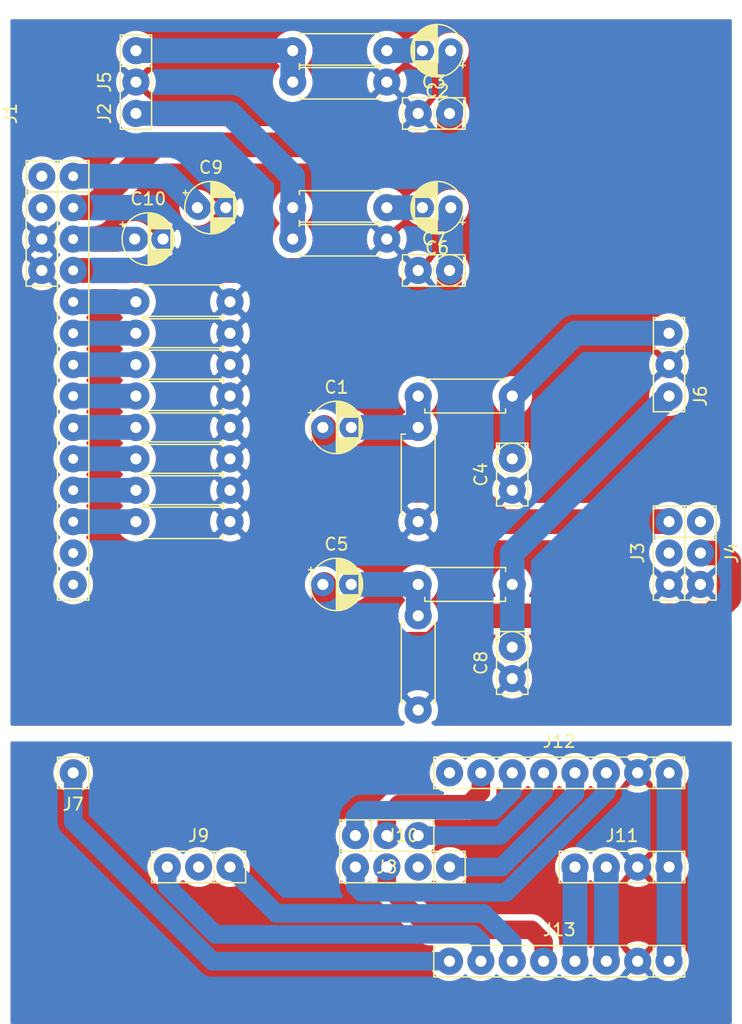
<source format=kicad_pcb>
(kicad_pcb (version 20171130) (host pcbnew "(5.1.6)-1")
  (layers (0 F.Cu signal) (31 B.Cu signal) (34 B.Paste user) (35 F.Paste user) (36 B.SilkS user) (37 F.SilkS user) (38 B.Mask user) (39 F.Mask user) (44 Edge.Cuts user))
  (net 0 "")
  (net 1 AOUT1+)
  (net 2 "Net-(C1-Pad2)")
  (net 3 ADC_FB1+)
  (net 4 "Net-(C2-Pad2)")
  (net 5 AGND)
  (net 6 OUT1)
  (net 7 "Net-(C5-Pad2)")
  (net 8 AOUT2+)
  (net 9 "Net-(C6-Pad2)")
  (net 10 ADC_FB2+)
  (net 11 OUT2)
  (net 12 ADC_FB1-)
  (net 13 ADC_FB2-)
  (net 14 "Net-(J1-Pad1)")
  (net 15 "Net-(J1-Pad2)")
  (net 16 ADC_FB3-)
  (net 17 ADC_FB3+)
  (net 18 ADC_FB4-)
  (net 19 ADC_FB4+)
  (net 20 ADC_FB5-)
  (net 21 ADC_FB5+)
  (net 22 ADC_FB6-)
  (net 23 ADC_FB6+)
  (net 24 "Net-(J3-Pad2)")
  (net 25 "Net-(J4-Pad1)")
  (net 26 IN2)
  (net 27 IN1)
  (net 28 RPI_RUN)
  (net 29 DISPLAY_MOSI)
  (net 30 DISPLAY_MISO)
  (net 31 DISPLAY_SCLK)
  (net 32 AUDIO_RX_ACTIVE)
  (net 33 "Net-(J9-Pad2)")
  (net 34 AUDIO_TX_ACTIVE)
  (net 35 DISPLAY_CS)
  (net 36 RPI_READY)
  (net 37 "Net-(J10-Pad2)")
  (net 38 DISPLAY_CD)
  (net 39 +5V)
  (net 40 GND)
  (net 41 RPI_TX0)
  (net 42 RPI_RX0)
  (net 43 "Net-(J12-Pad8)")
  (module 0_my_footprints:CP_my10uf (layer F.Cu) (at 35.56 -33.02)
    (fp_text reference C1 (at 1 -3.25) (layer F.SilkS))
    (fp_text value 10u)
    (pad 1 thru_hole circle (at -0.1 0) (size 1.9 1.9) (drill 0.9) (layers *.Cu *.Mask) (net 1 AOUT1+))
    (pad 2 thru_hole circle (at 2.2 0) (size 1.9 1.9) (drill 0.9) (layers *.Cu *.Mask) (net 2 "Net-(C1-Pad2)"))
  )
  (module 0_my_footprints:CP_my10uf (layer F.Cu) (at 45.72 -63.5 180)
    (fp_text reference C2 (at 1 -3.25) (layer F.SilkS))
    (fp_text value 10u)
    (pad 1 thru_hole circle (at -0.1 0 180) (size 1.9 1.9) (drill 0.9) (layers *.Cu *.Mask) (net 3 ADC_FB1+))
    (pad 2 thru_hole circle (at 2.2 0 180) (size 1.9 1.9) (drill 0.9) (layers *.Cu *.Mask) (net 4 "Net-(C2-Pad2)"))
  )
  (module cnc3018-PCB:my2pin (layer F.Cu) (at 45.72 -58.42 180)
    (fp_text reference C3 (at 1.27 2.54) (layer F.SilkS))
    (fp_text value 2.7n)
    (pad 1 thru_hole circle (at 0 0 180) (size 2.2 2.2) (drill 0.9) (layers *.Cu *.Mask) (net 3 ADC_FB1+))
    (pad 2 thru_hole circle (at 2.54 0 180) (size 2.2 2.2) (drill 0.9) (layers *.Cu *.Mask) (net 5 AGND))
  )
  (module cnc3018-PCB:my2pin (layer F.Cu) (at 50.8 -30.48 270)
    (fp_text reference C4 (at 1.27 2.54 90) (layer F.SilkS))
    (fp_text value 1.5n)
    (pad 1 thru_hole circle (at 0 0 270) (size 2.2 2.2) (drill 0.9) (layers *.Cu *.Mask) (net 6 OUT1))
    (pad 2 thru_hole circle (at 2.54 0 270) (size 2.2 2.2) (drill 0.9) (layers *.Cu *.Mask) (net 5 AGND))
  )
  (module 0_my_footprints:CP_my10uf (layer F.Cu) (at 35.56 -20.32)
    (fp_text reference C5 (at 1 -3.25) (layer F.SilkS))
    (fp_text value 10u)
    (pad 2 thru_hole circle (at 2.2 0) (size 1.9 1.9) (drill 0.9) (layers *.Cu *.Mask) (net 7 "Net-(C5-Pad2)"))
    (pad 1 thru_hole circle (at -0.1 0) (size 1.9 1.9) (drill 0.9) (layers *.Cu *.Mask) (net 8 AOUT2+))
  )
  (module 0_my_footprints:CP_my10uf (layer F.Cu) (at 45.72 -50.8 180)
    (fp_text reference C6 (at 1 -3.25) (layer F.SilkS))
    (fp_text value 10u)
    (pad 2 thru_hole circle (at 2.2 0 180) (size 1.9 1.9) (drill 0.9) (layers *.Cu *.Mask) (net 9 "Net-(C6-Pad2)"))
    (pad 1 thru_hole circle (at -0.1 0 180) (size 1.9 1.9) (drill 0.9) (layers *.Cu *.Mask) (net 10 ADC_FB2+))
  )
  (module cnc3018-PCB:my2pin (layer F.Cu) (at 45.72 -45.72 180)
    (fp_text reference C7 (at 1.27 2.54) (layer F.SilkS))
    (fp_text value 2.7n)
    (pad 2 thru_hole circle (at 2.54 0 180) (size 2.2 2.2) (drill 0.9) (layers *.Cu *.Mask) (net 5 AGND))
    (pad 1 thru_hole circle (at 0 0 180) (size 2.2 2.2) (drill 0.9) (layers *.Cu *.Mask) (net 10 ADC_FB2+))
  )
  (module cnc3018-PCB:my2pin (layer F.Cu) (at 50.8 -15.24 270)
    (fp_text reference C8 (at 1.27 2.54 90) (layer F.SilkS))
    (fp_text value 1.5n)
    (pad 2 thru_hole circle (at 2.54 0 270) (size 2.2 2.2) (drill 0.9) (layers *.Cu *.Mask) (net 5 AGND))
    (pad 1 thru_hole circle (at 0 0 270) (size 2.2 2.2) (drill 0.9) (layers *.Cu *.Mask) (net 11 OUT2))
  )
  (module 0_my_footprints:CP_my10uf (layer F.Cu) (at 25.4 -50.8)
    (fp_text reference C9 (at 1 -3.25) (layer F.SilkS))
    (fp_text value 10u)
    (pad 2 thru_hole circle (at 2.2 0) (size 1.9 1.9) (drill 0.9) (layers *.Cu *.Mask) (net 5 AGND))
    (pad 1 thru_hole circle (at -0.1 0) (size 1.9 1.9) (drill 0.9) (layers *.Cu *.Mask) (net 12 ADC_FB1-))
  )
  (module 0_my_footprints:CP_my10uf (layer F.Cu) (at 20.32 -48.26)
    (fp_text reference C10 (at 1 -3.25) (layer F.SilkS))
    (fp_text value 10u)
    (pad 1 thru_hole circle (at -0.1 0) (size 1.9 1.9) (drill 0.9) (layers *.Cu *.Mask) (net 13 ADC_FB2-))
    (pad 2 thru_hole circle (at 2.2 0) (size 1.9 1.9) (drill 0.9) (layers *.Cu *.Mask) (net 5 AGND))
  )
  (module cnc3018-PCB:my4pin (layer F.Cu) (at 12.7 -53.34 270)
    (fp_text reference J1 (at -5.08 2.54 90) (layer F.SilkS))
    (fp_text value AIN1)
    (pad 1 thru_hole circle (at 0 0 270) (size 2.2 2.2) (drill 0.9) (layers *.Cu *.Mask) (net 14 "Net-(J1-Pad1)"))
    (pad 2 thru_hole circle (at 2.54 0 270) (size 2.2 2.2) (drill 0.9) (layers *.Cu *.Mask) (net 15 "Net-(J1-Pad2)"))
    (pad 3 thru_hole circle (at 5.08 0 270) (size 2.2 2.2) (drill 0.9) (layers *.Cu *.Mask) (net 5 AGND))
    (pad 4 thru_hole circle (at 7.62 0 270) (size 2.2 2.2) (drill 0.9) (layers *.Cu *.Mask) (net 5 AGND))
  )
  (module cnc3018-PCB:my14Pin (layer F.Cu) (at 15.24 -45.72 270)
    (fp_text reference J2 (at -12.7 -2.54 90) (layer F.SilkS))
    (fp_text value AIN2)
    (pad 1 thru_hole circle (at -7.62 0 270) (size 2.2 2.2) (drill 0.8) (layers *.Cu *.Mask) (net 12 ADC_FB1-))
    (pad 2 thru_hole circle (at -5.08 0 270) (size 2.2 2.2) (drill 0.8) (layers *.Cu *.Mask) (net 3 ADC_FB1+))
    (pad 3 thru_hole circle (at -2.54 0 270) (size 2.2 2.2) (drill 0.8) (layers *.Cu *.Mask) (net 13 ADC_FB2-))
    (pad 4 thru_hole circle (at 0 0 270) (size 2.2 2.2) (drill 0.8) (layers *.Cu *.Mask) (net 10 ADC_FB2+))
    (pad 5 thru_hole circle (at 2.54 0 270) (size 2.2 2.2) (drill 0.8) (layers *.Cu *.Mask) (net 16 ADC_FB3-))
    (pad 6 thru_hole circle (at 5.08 0 270) (size 2.2 2.2) (drill 0.8) (layers *.Cu *.Mask) (net 17 ADC_FB3+))
    (pad 7 thru_hole circle (at 7.62 0 270) (size 2.2 2.2) (drill 0.8) (layers *.Cu *.Mask) (net 18 ADC_FB4-))
    (pad 8 thru_hole circle (at 10.16 0 270) (size 2.2 2.2) (drill 0.8) (layers *.Cu *.Mask) (net 19 ADC_FB4+))
    (pad 9 thru_hole circle (at 12.7 0 270) (size 2.2 2.2) (drill 0.8) (layers *.Cu *.Mask) (net 20 ADC_FB5-))
    (pad 10 thru_hole circle (at 15.24 0 270) (size 2.2 2.2) (drill 0.8) (layers *.Cu *.Mask) (net 21 ADC_FB5+))
    (pad 11 thru_hole circle (at 17.78 0 270) (size 2.2 2.2) (drill 0.8) (layers *.Cu *.Mask) (net 22 ADC_FB6-))
    (pad 12 thru_hole circle (at 20.32 0 270) (size 2.2 2.2) (drill 0.8) (layers *.Cu *.Mask) (net 23 ADC_FB6+))
    (pad 13 thru_hole circle (at 22.86 0 270) (size 2.2 2.2) (drill 0.8) (layers *.Cu *.Mask))
    (pad 14 thru_hole circle (at 25.4 0 270) (size 2.2 2.2) (drill 0.8) (layers *.Cu *.Mask))
  )
  (module cnc3018-PCB:my3pin (layer F.Cu) (at 63.5 -22.86 270)
    (fp_text reference J3 (at 0 2.54 90) (layer F.SilkS))
    (fp_text value AOUT1)
    (pad 1 thru_hole circle (at -2.54 0 270) (size 2.2 2.2) (drill 0.9) (layers *.Cu *.Mask) (net 1 AOUT1+))
    (pad 2 thru_hole circle (at 0 0 270) (size 2.2 2.2) (drill 0.9) (layers *.Cu *.Mask) (net 24 "Net-(J3-Pad2)"))
    (pad 3 thru_hole circle (at 2.54 0 270) (size 2.2 2.2) (drill 0.9) (layers *.Cu *.Mask) (net 5 AGND))
  )
  (module cnc3018-PCB:my3pin (layer F.Cu) (at 66.04 -22.86 270)
    (fp_text reference J4 (at 0 -2.54 270) (layer F.SilkS))
    (fp_text value AOUT2)
    (pad 3 thru_hole circle (at 2.54 0 270) (size 2.2 2.2) (drill 0.9) (layers *.Cu *.Mask) (net 5 AGND))
    (pad 2 thru_hole circle (at 0 0 270) (size 2.2 2.2) (drill 0.9) (layers *.Cu *.Mask) (net 8 AOUT2+))
    (pad 1 thru_hole circle (at -2.54 0 270) (size 2.2 2.2) (drill 0.9) (layers *.Cu *.Mask) (net 25 "Net-(J4-Pad1)"))
  )
  (module cnc3018-PCB:my3pin (layer F.Cu) (at 20.32 -60.96 270)
    (fp_text reference J5 (at 0 2.54 90) (layer F.SilkS))
    (fp_text value IN)
    (pad 3 thru_hole circle (at 2.54 0 270) (size 2.2 2.2) (drill 0.9) (layers *.Cu *.Mask) (net 26 IN2))
    (pad 2 thru_hole circle (at 0 0 270) (size 2.2 2.2) (drill 0.9) (layers *.Cu *.Mask) (net 5 AGND))
    (pad 1 thru_hole circle (at -2.54 0 270) (size 2.2 2.2) (drill 0.9) (layers *.Cu *.Mask) (net 27 IN1))
  )
  (module cnc3018-PCB:my3pin (layer F.Cu) (at 63.5 -38.1 270)
    (fp_text reference J6 (at 2.54 -2.54 90) (layer F.SilkS))
    (fp_text value OUT)
    (pad 1 thru_hole circle (at -2.54 0 270) (size 2.2 2.2) (drill 0.9) (layers *.Cu *.Mask) (net 6 OUT1))
    (pad 2 thru_hole circle (at 0 0 270) (size 2.2 2.2) (drill 0.9) (layers *.Cu *.Mask) (net 5 AGND))
    (pad 3 thru_hole circle (at 2.54 0 270) (size 2.2 2.2) (drill 0.9) (layers *.Cu *.Mask) (net 11 OUT2))
  )
  (module cnc3018-PCB:my1pin (layer F.Cu) (at 15.24 -5.08)
    (fp_text reference J7 (at 0 2.54) (layer F.SilkS))
    (fp_text value PI_RUN)
    (pad 1 thru_hole circle (at 0 0) (size 2.2 2.2) (drill 0.9) (layers *.Cu *.Mask) (net 28 RPI_RUN))
  )
  (module cnc3018-PCB:my3pin (layer F.Cu) (at 40.64 0)
    (fp_text reference J8 (at 0 2.54) (layer F.SilkS))
    (fp_text value PI_3)
    (pad 3 thru_hole circle (at 2.54 0) (size 2.2 2.2) (drill 0.9) (layers *.Cu *.Mask) (net 29 DISPLAY_MOSI))
    (pad 2 thru_hole circle (at 0 0) (size 2.2 2.2) (drill 0.9) (layers *.Cu *.Mask) (net 30 DISPLAY_MISO))
    (pad 1 thru_hole circle (at -2.54 0) (size 2.2 2.2) (drill 0.9) (layers *.Cu *.Mask) (net 31 DISPLAY_SCLK))
  )
  (module cnc3018-PCB:my3pin (layer F.Cu) (at 25.4 2.54 180)
    (fp_text reference J9 (at 0 2.54) (layer F.SilkS))
    (fp_text value PI_2)
    (pad 1 thru_hole circle (at -2.54 0 180) (size 2.2 2.2) (drill 0.9) (layers *.Cu *.Mask) (net 32 AUDIO_RX_ACTIVE))
    (pad 2 thru_hole circle (at 0 0 180) (size 2.2 2.2) (drill 0.9) (layers *.Cu *.Mask) (net 33 "Net-(J9-Pad2)"))
    (pad 3 thru_hole circle (at 2.54 0 180) (size 2.2 2.2) (drill 0.9) (layers *.Cu *.Mask) (net 34 AUDIO_TX_ACTIVE))
  )
  (module cnc3018-PCB:my4pin (layer F.Cu) (at 45.72 2.54 180)
    (fp_text reference J10 (at 3.81 2.54) (layer F.SilkS))
    (fp_text value PI_1)
    (pad 4 thru_hole circle (at 7.62 0 180) (size 2.2 2.2) (drill 0.9) (layers *.Cu *.Mask) (net 35 DISPLAY_CS))
    (pad 3 thru_hole circle (at 5.08 0 180) (size 2.2 2.2) (drill 0.9) (layers *.Cu *.Mask) (net 36 RPI_READY))
    (pad 2 thru_hole circle (at 2.54 0 180) (size 2.2 2.2) (drill 0.9) (layers *.Cu *.Mask) (net 37 "Net-(J10-Pad2)"))
    (pad 1 thru_hole circle (at 0 0 180) (size 2.2 2.2) (drill 0.9) (layers *.Cu *.Mask) (net 38 DISPLAY_CD))
  )
  (module cnc3018-PCB:my4pin (layer F.Cu) (at 63.5 2.54 180)
    (fp_text reference J11 (at 3.81 2.54) (layer F.SilkS))
    (fp_text value PI_0)
    (pad 1 thru_hole circle (at 0 0 180) (size 2.2 2.2) (drill 0.9) (layers *.Cu *.Mask) (net 39 +5V))
    (pad 2 thru_hole circle (at 2.54 0 180) (size 2.2 2.2) (drill 0.9) (layers *.Cu *.Mask) (net 40 GND))
    (pad 3 thru_hole circle (at 5.08 0 180) (size 2.2 2.2) (drill 0.9) (layers *.Cu *.Mask) (net 41 RPI_TX0))
    (pad 4 thru_hole circle (at 7.62 0 180) (size 2.2 2.2) (drill 0.9) (layers *.Cu *.Mask) (net 42 RPI_RX0))
  )
  (module cnc3018-PCB:my8Pin (layer F.Cu) (at 55.88 -5.08 180)
    (fp_text reference J12 (at 1.27 2.54) (layer F.SilkS))
    (fp_text value DISPLAY)
    (pad 1 thru_hole circle (at -7.62 0 180) (size 2.2 2.2) (drill 0.9) (layers *.Cu *.Mask) (net 39 +5V))
    (pad 2 thru_hole circle (at -5.08 0 180) (size 2.2 2.2) (drill 0.9) (layers *.Cu *.Mask) (net 40 GND))
    (pad 3 thru_hole circle (at -2.54 0 180) (size 2.2 2.2) (drill 0.9) (layers *.Cu *.Mask) (net 35 DISPLAY_CS))
    (pad 4 thru_hole circle (at 0 0 180) (size 2.2 2.2) (drill 0.9) (layers *.Cu *.Mask) (net 38 DISPLAY_CD))
    (pad 5 thru_hole circle (at 2.54 0 180) (size 2.2 2.2) (drill 0.9) (layers *.Cu *.Mask) (net 29 DISPLAY_MOSI))
    (pad 6 thru_hole circle (at 5.08 0 180) (size 2.2 2.2) (drill 0.9) (layers *.Cu *.Mask) (net 31 DISPLAY_SCLK))
    (pad 7 thru_hole circle (at 7.62 0 180) (size 2.2 2.2) (drill 0.9) (layers *.Cu *.Mask) (net 30 DISPLAY_MISO))
    (pad 8 thru_hole circle (at 10.16 0 180) (size 2.2 2.2) (drill 0.9) (layers *.Cu *.Mask) (net 43 "Net-(J12-Pad8)"))
  )
  (module cnc3018-PCB:my8Pin (layer F.Cu) (at 55.88 10.16 180)
    (fp_text reference J13 (at 1.27 2.54) (layer F.SilkS))
    (fp_text value Teensy3.2)
    (pad 8 thru_hole circle (at 10.16 0 180) (size 2.2 2.2) (drill 0.9) (layers *.Cu *.Mask) (net 28 RPI_RUN))
    (pad 7 thru_hole circle (at 7.62 0 180) (size 2.2 2.2) (drill 0.9) (layers *.Cu *.Mask) (net 34 AUDIO_TX_ACTIVE))
    (pad 6 thru_hole circle (at 5.08 0 180) (size 2.2 2.2) (drill 0.9) (layers *.Cu *.Mask) (net 32 AUDIO_RX_ACTIVE))
    (pad 5 thru_hole circle (at 2.54 0 180) (size 2.2 2.2) (drill 0.9) (layers *.Cu *.Mask) (net 36 RPI_READY))
    (pad 4 thru_hole circle (at 0 0 180) (size 2.2 2.2) (drill 0.9) (layers *.Cu *.Mask) (net 42 RPI_RX0))
    (pad 3 thru_hole circle (at -2.54 0 180) (size 2.2 2.2) (drill 0.9) (layers *.Cu *.Mask) (net 41 RPI_TX0))
    (pad 2 thru_hole circle (at -5.08 0 180) (size 2.2 2.2) (drill 0.9) (layers *.Cu *.Mask) (net 40 GND))
    (pad 1 thru_hole circle (at -7.62 0 180) (size 2.2 2.2) (drill 0.9) (layers *.Cu *.Mask) (net 39 +5V))
  )
  (module 0_my_footprints:myResistor (layer F.Cu) (at 50.8 -35.56 180)
    (fp_text reference R1 hide)
    (fp_text value 562)
    (pad 1 thru_hole circle (at 0 0 180) (size 2.2 2.2) (drill 0.9) (layers *.Cu *.Mask) (net 6 OUT1))
    (pad 2 thru_hole circle (at 7.62 0 180) (size 2.2 2.2) (drill 0.9) (layers *.Cu *.Mask) (net 2 "Net-(C1-Pad2)"))
  )
  (module 0_my_footprints:myResistor (layer F.Cu) (at 33.02 -63.5)
    (fp_text reference R2 hide)
    (fp_text value 150)
    (pad 1 thru_hole circle (at 0 0) (size 2.2 2.2) (drill 0.9) (layers *.Cu *.Mask) (net 27 IN1))
    (pad 2 thru_hole circle (at 7.62 0) (size 2.2 2.2) (drill 0.9) (layers *.Cu *.Mask) (net 4 "Net-(C2-Pad2)"))
  )
  (module 0_my_footprints:myResistor (layer F.Cu) (at 33.02 -60.96)
    (fp_text reference R3 hide)
    (fp_text value 100K)
    (pad 2 thru_hole circle (at 7.62 0) (size 2.2 2.2) (drill 0.9) (layers *.Cu *.Mask) (net 5 AGND))
    (pad 1 thru_hole circle (at 0 0) (size 2.2 2.2) (drill 0.9) (layers *.Cu *.Mask) (net 27 IN1))
  )
  (module 0_my_footprints:myResistor (layer F.Cu) (at 43.18 -33.02 270)
    (fp_text reference R4 hide)
    (fp_text value 10K)
    (pad 2 thru_hole circle (at 7.62 0 270) (size 2.2 2.2) (drill 0.9) (layers *.Cu *.Mask) (net 5 AGND))
    (pad 1 thru_hole circle (at 0 0 270) (size 2.2 2.2) (drill 0.9) (layers *.Cu *.Mask) (net 2 "Net-(C1-Pad2)"))
  )
  (module 0_my_footprints:myResistor (layer F.Cu) (at 50.8 -20.32 180)
    (fp_text reference R5 hide)
    (fp_text value 562)
    (pad 1 thru_hole circle (at 0 0 180) (size 2.2 2.2) (drill 0.9) (layers *.Cu *.Mask) (net 11 OUT2))
    (pad 2 thru_hole circle (at 7.62 0 180) (size 2.2 2.2) (drill 0.9) (layers *.Cu *.Mask) (net 7 "Net-(C5-Pad2)"))
  )
  (module 0_my_footprints:myResistor (layer F.Cu) (at 33.02 -50.8)
    (fp_text reference R6 hide)
    (fp_text value 150)
    (pad 2 thru_hole circle (at 7.62 0) (size 2.2 2.2) (drill 0.9) (layers *.Cu *.Mask) (net 9 "Net-(C6-Pad2)"))
    (pad 1 thru_hole circle (at 0 0) (size 2.2 2.2) (drill 0.9) (layers *.Cu *.Mask) (net 26 IN2))
  )
  (module 0_my_footprints:myResistor (layer F.Cu) (at 33.02 -48.26)
    (fp_text reference R7 hide)
    (fp_text value 100K)
    (pad 1 thru_hole circle (at 0 0) (size 2.2 2.2) (drill 0.9) (layers *.Cu *.Mask) (net 26 IN2))
    (pad 2 thru_hole circle (at 7.62 0) (size 2.2 2.2) (drill 0.9) (layers *.Cu *.Mask) (net 5 AGND))
  )
  (module 0_my_footprints:myResistor (layer F.Cu) (at 43.18 -17.78 270)
    (fp_text reference R8 hide)
    (fp_text value 10K)
    (pad 2 thru_hole circle (at 7.62 0 270) (size 2.2 2.2) (drill 0.9) (layers *.Cu *.Mask) (net 5 AGND))
    (pad 1 thru_hole circle (at 0 0 270) (size 2.2 2.2) (drill 0.9) (layers *.Cu *.Mask) (net 7 "Net-(C5-Pad2)"))
  )
  (module 0_my_footprints:myResistor (layer F.Cu) (at 27.94 -43.18 180)
    (fp_text reference R9 hide)
    (fp_text value 10K)
    (pad 1 thru_hole circle (at 0 0 180) (size 2.2 2.2) (drill 0.9) (layers *.Cu *.Mask) (net 5 AGND))
    (pad 2 thru_hole circle (at 7.62 0 180) (size 2.2 2.2) (drill 0.9) (layers *.Cu *.Mask) (net 16 ADC_FB3-))
  )
  (module 0_my_footprints:myResistor (layer F.Cu) (at 27.94 -40.64 180)
    (fp_text reference R10 hide)
    (fp_text value 10K)
    (pad 2 thru_hole circle (at 7.62 0 180) (size 2.2 2.2) (drill 0.9) (layers *.Cu *.Mask) (net 17 ADC_FB3+))
    (pad 1 thru_hole circle (at 0 0 180) (size 2.2 2.2) (drill 0.9) (layers *.Cu *.Mask) (net 5 AGND))
  )
  (module 0_my_footprints:myResistor (layer F.Cu) (at 27.94 -38.1 180)
    (fp_text reference R11 hide)
    (fp_text value 10K)
    (pad 1 thru_hole circle (at 0 0 180) (size 2.2 2.2) (drill 0.9) (layers *.Cu *.Mask) (net 5 AGND))
    (pad 2 thru_hole circle (at 7.62 0 180) (size 2.2 2.2) (drill 0.9) (layers *.Cu *.Mask) (net 18 ADC_FB4-))
  )
  (module 0_my_footprints:myResistor (layer F.Cu) (at 27.94 -35.56 180)
    (fp_text reference R12 hide)
    (fp_text value 10K)
    (pad 2 thru_hole circle (at 7.62 0 180) (size 2.2 2.2) (drill 0.9) (layers *.Cu *.Mask) (net 19 ADC_FB4+))
    (pad 1 thru_hole circle (at 0 0 180) (size 2.2 2.2) (drill 0.9) (layers *.Cu *.Mask) (net 5 AGND))
  )
  (module 0_my_footprints:myResistor (layer F.Cu) (at 27.94 -33.02 180)
    (fp_text reference R13 hide)
    (fp_text value 10K)
    (pad 1 thru_hole circle (at 0 0 180) (size 2.2 2.2) (drill 0.9) (layers *.Cu *.Mask) (net 5 AGND))
    (pad 2 thru_hole circle (at 7.62 0 180) (size 2.2 2.2) (drill 0.9) (layers *.Cu *.Mask) (net 20 ADC_FB5-))
  )
  (module 0_my_footprints:myResistor (layer F.Cu) (at 27.94 -30.48 180)
    (fp_text reference R14 hide)
    (fp_text value 10K)
    (pad 2 thru_hole circle (at 7.62 0 180) (size 2.2 2.2) (drill 0.9) (layers *.Cu *.Mask) (net 21 ADC_FB5+))
    (pad 1 thru_hole circle (at 0 0 180) (size 2.2 2.2) (drill 0.9) (layers *.Cu *.Mask) (net 5 AGND))
  )
  (module 0_my_footprints:myResistor (layer F.Cu) (at 27.94 -27.94 180)
    (fp_text reference R15 hide)
    (fp_text value 10K)
    (pad 2 thru_hole circle (at 7.62 0 180) (size 2.2 2.2) (drill 0.9) (layers *.Cu *.Mask) (net 22 ADC_FB6-))
    (pad 1 thru_hole circle (at 0 0 180) (size 2.2 2.2) (drill 0.9) (layers *.Cu *.Mask) (net 5 AGND))
  )
  (module 0_my_footprints:myResistor (layer F.Cu) (at 27.94 -25.4 180)
    (fp_text reference R16 hide)
    (fp_text value 10K)
    (pad 1 thru_hole circle (at 0 0 180) (size 2.2 2.2) (drill 0.9) (layers *.Cu *.Mask) (net 5 AGND))
    (pad 2 thru_hole circle (at 7.62 0 180) (size 2.2 2.2) (drill 0.9) (layers *.Cu *.Mask) (net 23 ADC_FB6+))
  )
  (segment (start 49.935998 -25.4) (end 47.395998 -27.94) (width 2) (layer F.Cu) (net 1))
  (segment (start 63.5 -25.4) (end 49.935998 -25.4) (width 2) (layer F.Cu) (net 1))
  (segment (start 39.657998 -27.94) (end 35.56 -32.037998) (width 2) (layer F.Cu) (net 1))
  (segment (start 47.395998 -27.94) (end 39.657998 -27.94) (width 2) (layer F.Cu) (net 1))
  (segment (start 35.56 -32.037998) (end 35.56 -33.02) (width 2) (layer F.Cu) (net 1))
  (segment (start 43.18 -35.56) (end 43.18 -33.02) (width 2) (layer B.Cu) (net 2))
  (segment (start 43.18 -33.02) (end 38.1 -33.02) (width 2) (layer B.Cu) (net 2))
  (segment (start 45.82 -63.5) (end 45.82 -58.52) (width 2) (layer B.Cu) (net 3))
  (segment (start 16.795634 -50.8) (end 21.875634 -55.88) (width 2) (layer F.Cu) (net 3))
  (segment (start 15.24 -50.8) (end 16.795634 -50.8) (width 2) (layer F.Cu) (net 3))
  (segment (start 44.735634 -55.88) (end 45.72 -56.864366) (width 2) (layer F.Cu) (net 3))
  (segment (start 21.875634 -55.88) (end 44.735634 -55.88) (width 2) (layer F.Cu) (net 3))
  (segment (start 45.72 -56.864366) (end 45.72 -58.42) (width 2) (layer F.Cu) (net 3))
  (segment (start 40.64 -63.5) (end 43.18 -63.5) (width 2) (layer B.Cu) (net 4))
  (segment (start 63.5 -40.64) (end 55.88 -40.64) (width 2) (layer B.Cu) (net 6))
  (segment (start 55.88 -40.64) (end 50.8 -35.56) (width 2) (layer B.Cu) (net 6))
  (segment (start 50.8 -35.56) (end 50.8 -30.48) (width 2) (layer B.Cu) (net 6))
  (segment (start 37.76 -20.32) (end 43.18 -20.32) (width 2) (layer B.Cu) (net 7))
  (segment (start 43.18 -20.32) (end 43.18 -17.78) (width 2) (layer B.Cu) (net 7))
  (segment (start 39.417999 -15.479999) (end 35.56 -19.337998) (width 2) (layer F.Cu) (net 8))
  (segment (start 44.284001 -15.479999) (end 39.417999 -15.479999) (width 2) (layer F.Cu) (net 8))
  (segment (start 46.584002 -17.78) (end 44.284001 -15.479999) (width 2) (layer F.Cu) (net 8))
  (segment (start 67.595634 -22.86) (end 68.340001 -22.115633) (width 2) (layer F.Cu) (net 8))
  (segment (start 66.04 -22.86) (end 67.595634 -22.86) (width 2) (layer F.Cu) (net 8))
  (segment (start 68.340001 -22.115633) (end 68.340001 -19.215999) (width 2) (layer F.Cu) (net 8))
  (segment (start 68.340001 -19.215999) (end 66.904002 -17.78) (width 2) (layer F.Cu) (net 8))
  (segment (start 66.904002 -17.78) (end 46.584002 -17.78) (width 2) (layer F.Cu) (net 8))
  (segment (start 35.56 -19.337998) (end 35.56 -20.32) (width 2) (layer F.Cu) (net 8))
  (segment (start 40.64 -50.8) (end 43.18 -50.8) (width 2) (layer B.Cu) (net 9))
  (segment (start 45.82 -50.8) (end 45.82 -45.82) (width 2) (layer B.Cu) (net 10))
  (segment (start 42.075999 -43.419999) (end 44.975633 -43.419999) (width 2) (layer F.Cu) (net 10))
  (segment (start 15.24 -45.72) (end 39.775998 -45.72) (width 2) (layer F.Cu) (net 10))
  (segment (start 44.975633 -43.419999) (end 45.72 -44.164366) (width 2) (layer F.Cu) (net 10))
  (segment (start 39.775998 -45.72) (end 42.075999 -43.419999) (width 2) (layer F.Cu) (net 10))
  (segment (start 45.72 -44.164366) (end 45.72 -45.72) (width 2) (layer F.Cu) (net 10))
  (segment (start 63.5 -35.56) (end 50.8 -22.86) (width 2) (layer B.Cu) (net 11))
  (segment (start 50.8 -22.86) (end 50.8 -15.24) (width 2) (layer B.Cu) (net 11))
  (segment (start 15.24 -53.34) (end 22.86 -53.34) (width 2) (layer B.Cu) (net 12))
  (segment (start 22.86 -53.34) (end 25.4 -50.8) (width 2) (layer B.Cu) (net 12))
  (segment (start 15.24 -48.26) (end 20.32 -48.26) (width 2) (layer B.Cu) (net 13))
  (segment (start 15.24 -43.18) (end 20.32 -43.18) (width 2) (layer B.Cu) (net 16))
  (segment (start 15.24 -40.64) (end 20.32 -40.64) (width 2) (layer B.Cu) (net 17))
  (segment (start 15.24 -38.1) (end 20.32 -38.1) (width 2) (layer B.Cu) (net 18))
  (segment (start 15.24 -35.56) (end 20.32 -35.56) (width 2) (layer B.Cu) (net 19))
  (segment (start 15.24 -33.02) (end 20.32 -33.02) (width 2) (layer B.Cu) (net 20))
  (segment (start 15.24 -30.48) (end 20.32 -30.48) (width 2) (layer B.Cu) (net 21))
  (segment (start 15.24 -27.94) (end 20.32 -27.94) (width 2) (layer B.Cu) (net 22))
  (segment (start 15.24 -25.4) (end 20.32 -25.4) (width 2) (layer B.Cu) (net 23))
  (segment (start 33.02 -50.8) (end 33.02 -48.26) (width 2) (layer B.Cu) (net 26))
  (segment (start 20.32 -58.42) (end 27.94 -58.42) (width 2) (layer B.Cu) (net 26))
  (segment (start 27.94 -58.42) (end 33.02 -53.34) (width 2) (layer B.Cu) (net 26))
  (segment (start 33.02 -53.34) (end 33.02 -50.8) (width 2) (layer B.Cu) (net 26))
  (segment (start 20.32 -63.5) (end 33.02 -63.5) (width 2) (layer B.Cu) (net 27))
  (segment (start 33.02 -63.5) (end 33.02 -60.96) (width 2) (layer B.Cu) (net 27))
  (segment (start 15.24 -1.120189) (end 26.520189 10.16) (width 1.5) (layer B.Cu) (net 28))
  (segment (start 15.24 -5.08) (end 15.24 -1.120189) (width 1.5) (layer B.Cu) (net 28))
  (segment (start 26.520189 10.16) (end 45.72 10.16) (width 1.5) (layer B.Cu) (net 28))
  (segment (start 53.34 -3.524366) (end 49.815634 0) (width 1.5) (layer B.Cu) (net 29))
  (segment (start 53.34 -5.08) (end 53.34 -3.524366) (width 1.5) (layer B.Cu) (net 29))
  (segment (start 49.815634 0) (end 43.18 0) (width 1.5) (layer B.Cu) (net 29))
  (segment (start 48.26 -3.524366) (end 47.275634 -2.54) (width 1.5) (layer F.Cu) (net 30))
  (segment (start 48.26 -5.08) (end 48.26 -3.524366) (width 1.5) (layer F.Cu) (net 30))
  (segment (start 41.624366 -2.54) (end 40.64 -1.555634) (width 1.5) (layer F.Cu) (net 30))
  (segment (start 47.275634 -2.54) (end 41.624366 -2.54) (width 1.5) (layer F.Cu) (net 30))
  (segment (start 40.64 -1.555634) (end 40.64 0) (width 1.5) (layer F.Cu) (net 30))
  (segment (start 50.8 -5.08) (end 50.8 -3.524366) (width 1.5) (layer B.Cu) (net 31))
  (segment (start 38.594367 -2.050001) (end 38.1 -1.555634) (width 1.5) (layer B.Cu) (net 31))
  (segment (start 49.325635 -2.050001) (end 38.594367 -2.050001) (width 1.5) (layer B.Cu) (net 31))
  (segment (start 50.8 -3.524366) (end 49.325635 -2.050001) (width 1.5) (layer B.Cu) (net 31))
  (segment (start 38.1 -1.555634) (end 38.1 0) (width 1.5) (layer B.Cu) (net 31))
  (segment (start 27.94 2.54) (end 31.690011 6.290011) (width 1.5) (layer B.Cu) (net 32))
  (segment (start 48.485645 6.290011) (end 50.8 8.604366) (width 1.5) (layer B.Cu) (net 32))
  (segment (start 31.690011 6.290011) (end 48.485645 6.290011) (width 1.5) (layer B.Cu) (net 32))
  (segment (start 50.8 8.604366) (end 50.8 10.16) (width 1.5) (layer B.Cu) (net 32))
  (segment (start 22.86 4.095634) (end 26.754387 7.990021) (width 1.5) (layer B.Cu) (net 34))
  (segment (start 22.86 2.54) (end 22.86 4.095634) (width 1.5) (layer B.Cu) (net 34))
  (segment (start 47.645655 7.990021) (end 48.26 8.604366) (width 1.5) (layer B.Cu) (net 34))
  (segment (start 26.754387 7.990021) (end 47.645655 7.990021) (width 1.5) (layer B.Cu) (net 34))
  (segment (start 48.26 8.604366) (end 48.26 10.16) (width 1.5) (layer B.Cu) (net 34))
  (segment (start 38.594367 4.590001) (end 38.1 4.095634) (width 1.5) (layer B.Cu) (net 35))
  (segment (start 50.305633 4.590001) (end 38.594367 4.590001) (width 1.5) (layer B.Cu) (net 35))
  (segment (start 58.42 -5.08) (end 58.42 -3.524366) (width 1.5) (layer B.Cu) (net 35))
  (segment (start 58.42 -3.524366) (end 50.305633 4.590001) (width 1.5) (layer B.Cu) (net 35))
  (segment (start 38.1 4.095634) (end 38.1 2.54) (width 1.5) (layer B.Cu) (net 35))
  (segment (start 40.64 4.095634) (end 44.164366 7.62) (width 1.5) (layer F.Cu) (net 36))
  (segment (start 40.64 2.54) (end 40.64 4.095634) (width 1.5) (layer F.Cu) (net 36))
  (segment (start 52.355634 7.62) (end 53.34 8.604366) (width 1.5) (layer F.Cu) (net 36))
  (segment (start 44.164366 7.62) (end 52.355634 7.62) (width 1.5) (layer F.Cu) (net 36))
  (segment (start 53.34 8.604366) (end 53.34 10.16) (width 1.5) (layer F.Cu) (net 36))
  (segment (start 45.72 2.54) (end 49.951458 2.54) (width 1.5) (layer B.Cu) (net 38))
  (segment (start 49.951458 2.54) (end 55.455729 -2.964271) (width 1.5) (layer B.Cu) (net 38))
  (segment (start 55.455729 -2.964271) (end 55.88 -3.388542) (width 1.5) (layer B.Cu) (net 38))
  (segment (start 55.88 -3.388542) (end 55.88 -5.08) (width 1.5) (layer B.Cu) (net 38))
  (segment (start 63.5 -5.08) (end 63.5 10.16) (width 2) (layer B.Cu) (net 39))
  (segment (start 58.42 2.54) (end 58.42 10.16) (width 2) (layer B.Cu) (net 41))
  (segment (start 55.88 2.54) (end 55.88 10.16) (width 2) (layer B.Cu) (net 42))
  (zone (net 40) (net_name GND) (layer B.Cu) (connect_pads (clearance 0.508)) (min_thickness 0.254) (fill yes (arc_segments 32) (thermal_gap 0.508) (thermal_bridge_width 0.508))
    (polygon (pts (xy 68.58 15.24) (xy 10.16 15.24) (xy 10.16 -7.62) (xy 68.58 -7.62)))
  )
  (zone (net 5) (net_name AGND) (layer B.Cu) (connect_pads (clearance 0.508)) (min_thickness 0.254) (fill yes (arc_segments 32) (thermal_gap 0.508) (thermal_bridge_width 0.508))
    (polygon (pts (xy 68.58 -8.89) (xy 10.16 -8.89) (xy 10.16 -66.04) (xy 68.58 -66.04)))
  )
  (zone (net 5) (net_name AGND) (layer F.Cu) (connect_pads (clearance 0.508)) (min_thickness 0.254) (fill yes (arc_segments 32) (thermal_gap 0.508) (thermal_bridge_width 0.508))
    (polygon (pts (xy 68.58 -8.89) (xy 10.16 -8.89) (xy 10.16 -66.04) (xy 68.58 -66.04)))
  )
  (zone (net 40) (net_name GND) (layer F.Cu) (connect_pads (clearance 0.508)) (min_thickness 0.254) (fill yes (arc_segments 32) (thermal_gap 0.508) (thermal_bridge_width 0.508))
    (polygon (pts (xy 68.58 15.24) (xy 10.16 15.24) (xy 10.16 -7.62) (xy 68.58 -7.62)))
  )
)
</source>
